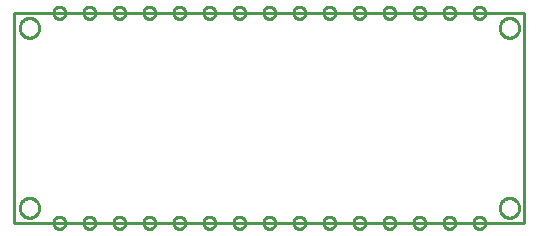
<source format=gbr>
G04 EAGLE Gerber RS-274X export*
G75*
%MOMM*%
%FSLAX34Y34*%
%LPD*%
%IN*%
%IPPOS*%
%AMOC8*
5,1,8,0,0,1.08239X$1,22.5*%
G01*
%ADD10C,0.254000*%


D10*
X0Y0D02*
X431800Y0D01*
X431800Y177800D01*
X0Y177800D01*
X0Y0D01*
X20955Y164694D02*
X20876Y163887D01*
X20717Y163092D01*
X20482Y162316D01*
X20171Y161566D01*
X19789Y160851D01*
X19338Y160177D01*
X18824Y159550D01*
X18250Y158976D01*
X17623Y158462D01*
X16949Y158011D01*
X16234Y157629D01*
X15484Y157318D01*
X14708Y157083D01*
X13913Y156925D01*
X13106Y156845D01*
X12294Y156845D01*
X11487Y156925D01*
X10692Y157083D01*
X9916Y157318D01*
X9166Y157629D01*
X8451Y158011D01*
X7777Y158462D01*
X7150Y158976D01*
X6576Y159550D01*
X6062Y160177D01*
X5611Y160851D01*
X5229Y161566D01*
X4918Y162316D01*
X4683Y163092D01*
X4525Y163887D01*
X4445Y164694D01*
X4445Y165506D01*
X4525Y166313D01*
X4683Y167108D01*
X4918Y167884D01*
X5229Y168634D01*
X5611Y169349D01*
X6062Y170023D01*
X6576Y170650D01*
X7150Y171224D01*
X7777Y171738D01*
X8451Y172189D01*
X9166Y172571D01*
X9916Y172882D01*
X10692Y173117D01*
X11487Y173276D01*
X12294Y173355D01*
X13106Y173355D01*
X13913Y173276D01*
X14708Y173117D01*
X15484Y172882D01*
X16234Y172571D01*
X16949Y172189D01*
X17623Y171738D01*
X18250Y171224D01*
X18824Y170650D01*
X19338Y170023D01*
X19789Y169349D01*
X20171Y168634D01*
X20482Y167884D01*
X20717Y167108D01*
X20876Y166313D01*
X20955Y165506D01*
X20955Y164694D01*
X20955Y12294D02*
X20876Y11487D01*
X20717Y10692D01*
X20482Y9916D01*
X20171Y9166D01*
X19789Y8451D01*
X19338Y7777D01*
X18824Y7150D01*
X18250Y6576D01*
X17623Y6062D01*
X16949Y5611D01*
X16234Y5229D01*
X15484Y4918D01*
X14708Y4683D01*
X13913Y4525D01*
X13106Y4445D01*
X12294Y4445D01*
X11487Y4525D01*
X10692Y4683D01*
X9916Y4918D01*
X9166Y5229D01*
X8451Y5611D01*
X7777Y6062D01*
X7150Y6576D01*
X6576Y7150D01*
X6062Y7777D01*
X5611Y8451D01*
X5229Y9166D01*
X4918Y9916D01*
X4683Y10692D01*
X4525Y11487D01*
X4445Y12294D01*
X4445Y13106D01*
X4525Y13913D01*
X4683Y14708D01*
X4918Y15484D01*
X5229Y16234D01*
X5611Y16949D01*
X6062Y17623D01*
X6576Y18250D01*
X7150Y18824D01*
X7777Y19338D01*
X8451Y19789D01*
X9166Y20171D01*
X9916Y20482D01*
X10692Y20717D01*
X11487Y20876D01*
X12294Y20955D01*
X13106Y20955D01*
X13913Y20876D01*
X14708Y20717D01*
X15484Y20482D01*
X16234Y20171D01*
X16949Y19789D01*
X17623Y19338D01*
X18250Y18824D01*
X18824Y18250D01*
X19338Y17623D01*
X19789Y16949D01*
X20171Y16234D01*
X20482Y15484D01*
X20717Y14708D01*
X20876Y13913D01*
X20955Y13106D01*
X20955Y12294D01*
X427355Y12294D02*
X427276Y11487D01*
X427117Y10692D01*
X426882Y9916D01*
X426571Y9166D01*
X426189Y8451D01*
X425738Y7777D01*
X425224Y7150D01*
X424650Y6576D01*
X424023Y6062D01*
X423349Y5611D01*
X422634Y5229D01*
X421884Y4918D01*
X421108Y4683D01*
X420313Y4525D01*
X419506Y4445D01*
X418694Y4445D01*
X417887Y4525D01*
X417092Y4683D01*
X416316Y4918D01*
X415566Y5229D01*
X414851Y5611D01*
X414177Y6062D01*
X413550Y6576D01*
X412976Y7150D01*
X412462Y7777D01*
X412011Y8451D01*
X411629Y9166D01*
X411318Y9916D01*
X411083Y10692D01*
X410925Y11487D01*
X410845Y12294D01*
X410845Y13106D01*
X410925Y13913D01*
X411083Y14708D01*
X411318Y15484D01*
X411629Y16234D01*
X412011Y16949D01*
X412462Y17623D01*
X412976Y18250D01*
X413550Y18824D01*
X414177Y19338D01*
X414851Y19789D01*
X415566Y20171D01*
X416316Y20482D01*
X417092Y20717D01*
X417887Y20876D01*
X418694Y20955D01*
X419506Y20955D01*
X420313Y20876D01*
X421108Y20717D01*
X421884Y20482D01*
X422634Y20171D01*
X423349Y19789D01*
X424023Y19338D01*
X424650Y18824D01*
X425224Y18250D01*
X425738Y17623D01*
X426189Y16949D01*
X426571Y16234D01*
X426882Y15484D01*
X427117Y14708D01*
X427276Y13913D01*
X427355Y13106D01*
X427355Y12294D01*
X427355Y164694D02*
X427276Y163887D01*
X427117Y163092D01*
X426882Y162316D01*
X426571Y161566D01*
X426189Y160851D01*
X425738Y160177D01*
X425224Y159550D01*
X424650Y158976D01*
X424023Y158462D01*
X423349Y158011D01*
X422634Y157629D01*
X421884Y157318D01*
X421108Y157083D01*
X420313Y156925D01*
X419506Y156845D01*
X418694Y156845D01*
X417887Y156925D01*
X417092Y157083D01*
X416316Y157318D01*
X415566Y157629D01*
X414851Y158011D01*
X414177Y158462D01*
X413550Y158976D01*
X412976Y159550D01*
X412462Y160177D01*
X412011Y160851D01*
X411629Y161566D01*
X411318Y162316D01*
X411083Y163092D01*
X410925Y163887D01*
X410845Y164694D01*
X410845Y165506D01*
X410925Y166313D01*
X411083Y167108D01*
X411318Y167884D01*
X411629Y168634D01*
X412011Y169349D01*
X412462Y170023D01*
X412976Y170650D01*
X413550Y171224D01*
X414177Y171738D01*
X414851Y172189D01*
X415566Y172571D01*
X416316Y172882D01*
X417092Y173117D01*
X417887Y173276D01*
X418694Y173355D01*
X419506Y173355D01*
X420313Y173276D01*
X421108Y173117D01*
X421884Y172882D01*
X422634Y172571D01*
X423349Y172189D01*
X424023Y171738D01*
X424650Y171224D01*
X425224Y170650D01*
X425738Y170023D01*
X426189Y169349D01*
X426571Y168634D01*
X426882Y167884D01*
X427117Y167108D01*
X427276Y166313D01*
X427355Y165506D01*
X427355Y164694D01*
X398780Y-285D02*
X398716Y-852D01*
X398589Y-1409D01*
X398401Y-1947D01*
X398153Y-2461D01*
X397850Y-2944D01*
X397494Y-3390D01*
X397090Y-3794D01*
X396644Y-4150D01*
X396161Y-4453D01*
X395647Y-4701D01*
X395109Y-4889D01*
X394552Y-5016D01*
X393985Y-5080D01*
X393415Y-5080D01*
X392848Y-5016D01*
X392291Y-4889D01*
X391753Y-4701D01*
X391239Y-4453D01*
X390756Y-4150D01*
X390310Y-3794D01*
X389906Y-3390D01*
X389550Y-2944D01*
X389247Y-2461D01*
X388999Y-1947D01*
X388811Y-1409D01*
X388684Y-852D01*
X388620Y-285D01*
X388620Y285D01*
X388684Y852D01*
X388811Y1409D01*
X388999Y1947D01*
X389247Y2461D01*
X389550Y2944D01*
X389906Y3390D01*
X390310Y3794D01*
X390756Y4150D01*
X391239Y4453D01*
X391753Y4701D01*
X392291Y4889D01*
X392848Y5016D01*
X393415Y5080D01*
X393985Y5080D01*
X394552Y5016D01*
X395109Y4889D01*
X395647Y4701D01*
X396161Y4453D01*
X396644Y4150D01*
X397090Y3794D01*
X397494Y3390D01*
X397850Y2944D01*
X398153Y2461D01*
X398401Y1947D01*
X398589Y1409D01*
X398716Y852D01*
X398780Y285D01*
X398780Y-285D01*
X373380Y-285D02*
X373316Y-852D01*
X373189Y-1409D01*
X373001Y-1947D01*
X372753Y-2461D01*
X372450Y-2944D01*
X372094Y-3390D01*
X371690Y-3794D01*
X371244Y-4150D01*
X370761Y-4453D01*
X370247Y-4701D01*
X369709Y-4889D01*
X369152Y-5016D01*
X368585Y-5080D01*
X368015Y-5080D01*
X367448Y-5016D01*
X366891Y-4889D01*
X366353Y-4701D01*
X365839Y-4453D01*
X365356Y-4150D01*
X364910Y-3794D01*
X364506Y-3390D01*
X364150Y-2944D01*
X363847Y-2461D01*
X363599Y-1947D01*
X363411Y-1409D01*
X363284Y-852D01*
X363220Y-285D01*
X363220Y285D01*
X363284Y852D01*
X363411Y1409D01*
X363599Y1947D01*
X363847Y2461D01*
X364150Y2944D01*
X364506Y3390D01*
X364910Y3794D01*
X365356Y4150D01*
X365839Y4453D01*
X366353Y4701D01*
X366891Y4889D01*
X367448Y5016D01*
X368015Y5080D01*
X368585Y5080D01*
X369152Y5016D01*
X369709Y4889D01*
X370247Y4701D01*
X370761Y4453D01*
X371244Y4150D01*
X371690Y3794D01*
X372094Y3390D01*
X372450Y2944D01*
X372753Y2461D01*
X373001Y1947D01*
X373189Y1409D01*
X373316Y852D01*
X373380Y285D01*
X373380Y-285D01*
X347980Y-285D02*
X347916Y-852D01*
X347789Y-1409D01*
X347601Y-1947D01*
X347353Y-2461D01*
X347050Y-2944D01*
X346694Y-3390D01*
X346290Y-3794D01*
X345844Y-4150D01*
X345361Y-4453D01*
X344847Y-4701D01*
X344309Y-4889D01*
X343752Y-5016D01*
X343185Y-5080D01*
X342615Y-5080D01*
X342048Y-5016D01*
X341491Y-4889D01*
X340953Y-4701D01*
X340439Y-4453D01*
X339956Y-4150D01*
X339510Y-3794D01*
X339106Y-3390D01*
X338750Y-2944D01*
X338447Y-2461D01*
X338199Y-1947D01*
X338011Y-1409D01*
X337884Y-852D01*
X337820Y-285D01*
X337820Y285D01*
X337884Y852D01*
X338011Y1409D01*
X338199Y1947D01*
X338447Y2461D01*
X338750Y2944D01*
X339106Y3390D01*
X339510Y3794D01*
X339956Y4150D01*
X340439Y4453D01*
X340953Y4701D01*
X341491Y4889D01*
X342048Y5016D01*
X342615Y5080D01*
X343185Y5080D01*
X343752Y5016D01*
X344309Y4889D01*
X344847Y4701D01*
X345361Y4453D01*
X345844Y4150D01*
X346290Y3794D01*
X346694Y3390D01*
X347050Y2944D01*
X347353Y2461D01*
X347601Y1947D01*
X347789Y1409D01*
X347916Y852D01*
X347980Y285D01*
X347980Y-285D01*
X322580Y-285D02*
X322516Y-852D01*
X322389Y-1409D01*
X322201Y-1947D01*
X321953Y-2461D01*
X321650Y-2944D01*
X321294Y-3390D01*
X320890Y-3794D01*
X320444Y-4150D01*
X319961Y-4453D01*
X319447Y-4701D01*
X318909Y-4889D01*
X318352Y-5016D01*
X317785Y-5080D01*
X317215Y-5080D01*
X316648Y-5016D01*
X316091Y-4889D01*
X315553Y-4701D01*
X315039Y-4453D01*
X314556Y-4150D01*
X314110Y-3794D01*
X313706Y-3390D01*
X313350Y-2944D01*
X313047Y-2461D01*
X312799Y-1947D01*
X312611Y-1409D01*
X312484Y-852D01*
X312420Y-285D01*
X312420Y285D01*
X312484Y852D01*
X312611Y1409D01*
X312799Y1947D01*
X313047Y2461D01*
X313350Y2944D01*
X313706Y3390D01*
X314110Y3794D01*
X314556Y4150D01*
X315039Y4453D01*
X315553Y4701D01*
X316091Y4889D01*
X316648Y5016D01*
X317215Y5080D01*
X317785Y5080D01*
X318352Y5016D01*
X318909Y4889D01*
X319447Y4701D01*
X319961Y4453D01*
X320444Y4150D01*
X320890Y3794D01*
X321294Y3390D01*
X321650Y2944D01*
X321953Y2461D01*
X322201Y1947D01*
X322389Y1409D01*
X322516Y852D01*
X322580Y285D01*
X322580Y-285D01*
X297180Y-285D02*
X297116Y-852D01*
X296989Y-1409D01*
X296801Y-1947D01*
X296553Y-2461D01*
X296250Y-2944D01*
X295894Y-3390D01*
X295490Y-3794D01*
X295044Y-4150D01*
X294561Y-4453D01*
X294047Y-4701D01*
X293509Y-4889D01*
X292952Y-5016D01*
X292385Y-5080D01*
X291815Y-5080D01*
X291248Y-5016D01*
X290691Y-4889D01*
X290153Y-4701D01*
X289639Y-4453D01*
X289156Y-4150D01*
X288710Y-3794D01*
X288306Y-3390D01*
X287950Y-2944D01*
X287647Y-2461D01*
X287399Y-1947D01*
X287211Y-1409D01*
X287084Y-852D01*
X287020Y-285D01*
X287020Y285D01*
X287084Y852D01*
X287211Y1409D01*
X287399Y1947D01*
X287647Y2461D01*
X287950Y2944D01*
X288306Y3390D01*
X288710Y3794D01*
X289156Y4150D01*
X289639Y4453D01*
X290153Y4701D01*
X290691Y4889D01*
X291248Y5016D01*
X291815Y5080D01*
X292385Y5080D01*
X292952Y5016D01*
X293509Y4889D01*
X294047Y4701D01*
X294561Y4453D01*
X295044Y4150D01*
X295490Y3794D01*
X295894Y3390D01*
X296250Y2944D01*
X296553Y2461D01*
X296801Y1947D01*
X296989Y1409D01*
X297116Y852D01*
X297180Y285D01*
X297180Y-285D01*
X271780Y-285D02*
X271716Y-852D01*
X271589Y-1409D01*
X271401Y-1947D01*
X271153Y-2461D01*
X270850Y-2944D01*
X270494Y-3390D01*
X270090Y-3794D01*
X269644Y-4150D01*
X269161Y-4453D01*
X268647Y-4701D01*
X268109Y-4889D01*
X267552Y-5016D01*
X266985Y-5080D01*
X266415Y-5080D01*
X265848Y-5016D01*
X265291Y-4889D01*
X264753Y-4701D01*
X264239Y-4453D01*
X263756Y-4150D01*
X263310Y-3794D01*
X262906Y-3390D01*
X262550Y-2944D01*
X262247Y-2461D01*
X261999Y-1947D01*
X261811Y-1409D01*
X261684Y-852D01*
X261620Y-285D01*
X261620Y285D01*
X261684Y852D01*
X261811Y1409D01*
X261999Y1947D01*
X262247Y2461D01*
X262550Y2944D01*
X262906Y3390D01*
X263310Y3794D01*
X263756Y4150D01*
X264239Y4453D01*
X264753Y4701D01*
X265291Y4889D01*
X265848Y5016D01*
X266415Y5080D01*
X266985Y5080D01*
X267552Y5016D01*
X268109Y4889D01*
X268647Y4701D01*
X269161Y4453D01*
X269644Y4150D01*
X270090Y3794D01*
X270494Y3390D01*
X270850Y2944D01*
X271153Y2461D01*
X271401Y1947D01*
X271589Y1409D01*
X271716Y852D01*
X271780Y285D01*
X271780Y-285D01*
X246380Y-285D02*
X246316Y-852D01*
X246189Y-1409D01*
X246001Y-1947D01*
X245753Y-2461D01*
X245450Y-2944D01*
X245094Y-3390D01*
X244690Y-3794D01*
X244244Y-4150D01*
X243761Y-4453D01*
X243247Y-4701D01*
X242709Y-4889D01*
X242152Y-5016D01*
X241585Y-5080D01*
X241015Y-5080D01*
X240448Y-5016D01*
X239891Y-4889D01*
X239353Y-4701D01*
X238839Y-4453D01*
X238356Y-4150D01*
X237910Y-3794D01*
X237506Y-3390D01*
X237150Y-2944D01*
X236847Y-2461D01*
X236599Y-1947D01*
X236411Y-1409D01*
X236284Y-852D01*
X236220Y-285D01*
X236220Y285D01*
X236284Y852D01*
X236411Y1409D01*
X236599Y1947D01*
X236847Y2461D01*
X237150Y2944D01*
X237506Y3390D01*
X237910Y3794D01*
X238356Y4150D01*
X238839Y4453D01*
X239353Y4701D01*
X239891Y4889D01*
X240448Y5016D01*
X241015Y5080D01*
X241585Y5080D01*
X242152Y5016D01*
X242709Y4889D01*
X243247Y4701D01*
X243761Y4453D01*
X244244Y4150D01*
X244690Y3794D01*
X245094Y3390D01*
X245450Y2944D01*
X245753Y2461D01*
X246001Y1947D01*
X246189Y1409D01*
X246316Y852D01*
X246380Y285D01*
X246380Y-285D01*
X220980Y-285D02*
X220916Y-852D01*
X220789Y-1409D01*
X220601Y-1947D01*
X220353Y-2461D01*
X220050Y-2944D01*
X219694Y-3390D01*
X219290Y-3794D01*
X218844Y-4150D01*
X218361Y-4453D01*
X217847Y-4701D01*
X217309Y-4889D01*
X216752Y-5016D01*
X216185Y-5080D01*
X215615Y-5080D01*
X215048Y-5016D01*
X214491Y-4889D01*
X213953Y-4701D01*
X213439Y-4453D01*
X212956Y-4150D01*
X212510Y-3794D01*
X212106Y-3390D01*
X211750Y-2944D01*
X211447Y-2461D01*
X211199Y-1947D01*
X211011Y-1409D01*
X210884Y-852D01*
X210820Y-285D01*
X210820Y285D01*
X210884Y852D01*
X211011Y1409D01*
X211199Y1947D01*
X211447Y2461D01*
X211750Y2944D01*
X212106Y3390D01*
X212510Y3794D01*
X212956Y4150D01*
X213439Y4453D01*
X213953Y4701D01*
X214491Y4889D01*
X215048Y5016D01*
X215615Y5080D01*
X216185Y5080D01*
X216752Y5016D01*
X217309Y4889D01*
X217847Y4701D01*
X218361Y4453D01*
X218844Y4150D01*
X219290Y3794D01*
X219694Y3390D01*
X220050Y2944D01*
X220353Y2461D01*
X220601Y1947D01*
X220789Y1409D01*
X220916Y852D01*
X220980Y285D01*
X220980Y-285D01*
X195580Y-285D02*
X195516Y-852D01*
X195389Y-1409D01*
X195201Y-1947D01*
X194953Y-2461D01*
X194650Y-2944D01*
X194294Y-3390D01*
X193890Y-3794D01*
X193444Y-4150D01*
X192961Y-4453D01*
X192447Y-4701D01*
X191909Y-4889D01*
X191352Y-5016D01*
X190785Y-5080D01*
X190215Y-5080D01*
X189648Y-5016D01*
X189091Y-4889D01*
X188553Y-4701D01*
X188039Y-4453D01*
X187556Y-4150D01*
X187110Y-3794D01*
X186706Y-3390D01*
X186350Y-2944D01*
X186047Y-2461D01*
X185799Y-1947D01*
X185611Y-1409D01*
X185484Y-852D01*
X185420Y-285D01*
X185420Y285D01*
X185484Y852D01*
X185611Y1409D01*
X185799Y1947D01*
X186047Y2461D01*
X186350Y2944D01*
X186706Y3390D01*
X187110Y3794D01*
X187556Y4150D01*
X188039Y4453D01*
X188553Y4701D01*
X189091Y4889D01*
X189648Y5016D01*
X190215Y5080D01*
X190785Y5080D01*
X191352Y5016D01*
X191909Y4889D01*
X192447Y4701D01*
X192961Y4453D01*
X193444Y4150D01*
X193890Y3794D01*
X194294Y3390D01*
X194650Y2944D01*
X194953Y2461D01*
X195201Y1947D01*
X195389Y1409D01*
X195516Y852D01*
X195580Y285D01*
X195580Y-285D01*
X170180Y-285D02*
X170116Y-852D01*
X169989Y-1409D01*
X169801Y-1947D01*
X169553Y-2461D01*
X169250Y-2944D01*
X168894Y-3390D01*
X168490Y-3794D01*
X168044Y-4150D01*
X167561Y-4453D01*
X167047Y-4701D01*
X166509Y-4889D01*
X165952Y-5016D01*
X165385Y-5080D01*
X164815Y-5080D01*
X164248Y-5016D01*
X163691Y-4889D01*
X163153Y-4701D01*
X162639Y-4453D01*
X162156Y-4150D01*
X161710Y-3794D01*
X161306Y-3390D01*
X160950Y-2944D01*
X160647Y-2461D01*
X160399Y-1947D01*
X160211Y-1409D01*
X160084Y-852D01*
X160020Y-285D01*
X160020Y285D01*
X160084Y852D01*
X160211Y1409D01*
X160399Y1947D01*
X160647Y2461D01*
X160950Y2944D01*
X161306Y3390D01*
X161710Y3794D01*
X162156Y4150D01*
X162639Y4453D01*
X163153Y4701D01*
X163691Y4889D01*
X164248Y5016D01*
X164815Y5080D01*
X165385Y5080D01*
X165952Y5016D01*
X166509Y4889D01*
X167047Y4701D01*
X167561Y4453D01*
X168044Y4150D01*
X168490Y3794D01*
X168894Y3390D01*
X169250Y2944D01*
X169553Y2461D01*
X169801Y1947D01*
X169989Y1409D01*
X170116Y852D01*
X170180Y285D01*
X170180Y-285D01*
X144780Y-285D02*
X144716Y-852D01*
X144589Y-1409D01*
X144401Y-1947D01*
X144153Y-2461D01*
X143850Y-2944D01*
X143494Y-3390D01*
X143090Y-3794D01*
X142644Y-4150D01*
X142161Y-4453D01*
X141647Y-4701D01*
X141109Y-4889D01*
X140552Y-5016D01*
X139985Y-5080D01*
X139415Y-5080D01*
X138848Y-5016D01*
X138291Y-4889D01*
X137753Y-4701D01*
X137239Y-4453D01*
X136756Y-4150D01*
X136310Y-3794D01*
X135906Y-3390D01*
X135550Y-2944D01*
X135247Y-2461D01*
X134999Y-1947D01*
X134811Y-1409D01*
X134684Y-852D01*
X134620Y-285D01*
X134620Y285D01*
X134684Y852D01*
X134811Y1409D01*
X134999Y1947D01*
X135247Y2461D01*
X135550Y2944D01*
X135906Y3390D01*
X136310Y3794D01*
X136756Y4150D01*
X137239Y4453D01*
X137753Y4701D01*
X138291Y4889D01*
X138848Y5016D01*
X139415Y5080D01*
X139985Y5080D01*
X140552Y5016D01*
X141109Y4889D01*
X141647Y4701D01*
X142161Y4453D01*
X142644Y4150D01*
X143090Y3794D01*
X143494Y3390D01*
X143850Y2944D01*
X144153Y2461D01*
X144401Y1947D01*
X144589Y1409D01*
X144716Y852D01*
X144780Y285D01*
X144780Y-285D01*
X119380Y-285D02*
X119316Y-852D01*
X119189Y-1409D01*
X119001Y-1947D01*
X118753Y-2461D01*
X118450Y-2944D01*
X118094Y-3390D01*
X117690Y-3794D01*
X117244Y-4150D01*
X116761Y-4453D01*
X116247Y-4701D01*
X115709Y-4889D01*
X115152Y-5016D01*
X114585Y-5080D01*
X114015Y-5080D01*
X113448Y-5016D01*
X112891Y-4889D01*
X112353Y-4701D01*
X111839Y-4453D01*
X111356Y-4150D01*
X110910Y-3794D01*
X110506Y-3390D01*
X110150Y-2944D01*
X109847Y-2461D01*
X109599Y-1947D01*
X109411Y-1409D01*
X109284Y-852D01*
X109220Y-285D01*
X109220Y285D01*
X109284Y852D01*
X109411Y1409D01*
X109599Y1947D01*
X109847Y2461D01*
X110150Y2944D01*
X110506Y3390D01*
X110910Y3794D01*
X111356Y4150D01*
X111839Y4453D01*
X112353Y4701D01*
X112891Y4889D01*
X113448Y5016D01*
X114015Y5080D01*
X114585Y5080D01*
X115152Y5016D01*
X115709Y4889D01*
X116247Y4701D01*
X116761Y4453D01*
X117244Y4150D01*
X117690Y3794D01*
X118094Y3390D01*
X118450Y2944D01*
X118753Y2461D01*
X119001Y1947D01*
X119189Y1409D01*
X119316Y852D01*
X119380Y285D01*
X119380Y-285D01*
X93980Y-285D02*
X93916Y-852D01*
X93789Y-1409D01*
X93601Y-1947D01*
X93353Y-2461D01*
X93050Y-2944D01*
X92694Y-3390D01*
X92290Y-3794D01*
X91844Y-4150D01*
X91361Y-4453D01*
X90847Y-4701D01*
X90309Y-4889D01*
X89752Y-5016D01*
X89185Y-5080D01*
X88615Y-5080D01*
X88048Y-5016D01*
X87491Y-4889D01*
X86953Y-4701D01*
X86439Y-4453D01*
X85956Y-4150D01*
X85510Y-3794D01*
X85106Y-3390D01*
X84750Y-2944D01*
X84447Y-2461D01*
X84199Y-1947D01*
X84011Y-1409D01*
X83884Y-852D01*
X83820Y-285D01*
X83820Y285D01*
X83884Y852D01*
X84011Y1409D01*
X84199Y1947D01*
X84447Y2461D01*
X84750Y2944D01*
X85106Y3390D01*
X85510Y3794D01*
X85956Y4150D01*
X86439Y4453D01*
X86953Y4701D01*
X87491Y4889D01*
X88048Y5016D01*
X88615Y5080D01*
X89185Y5080D01*
X89752Y5016D01*
X90309Y4889D01*
X90847Y4701D01*
X91361Y4453D01*
X91844Y4150D01*
X92290Y3794D01*
X92694Y3390D01*
X93050Y2944D01*
X93353Y2461D01*
X93601Y1947D01*
X93789Y1409D01*
X93916Y852D01*
X93980Y285D01*
X93980Y-285D01*
X68580Y-285D02*
X68516Y-852D01*
X68389Y-1409D01*
X68201Y-1947D01*
X67953Y-2461D01*
X67650Y-2944D01*
X67294Y-3390D01*
X66890Y-3794D01*
X66444Y-4150D01*
X65961Y-4453D01*
X65447Y-4701D01*
X64909Y-4889D01*
X64352Y-5016D01*
X63785Y-5080D01*
X63215Y-5080D01*
X62648Y-5016D01*
X62091Y-4889D01*
X61553Y-4701D01*
X61039Y-4453D01*
X60556Y-4150D01*
X60110Y-3794D01*
X59706Y-3390D01*
X59350Y-2944D01*
X59047Y-2461D01*
X58799Y-1947D01*
X58611Y-1409D01*
X58484Y-852D01*
X58420Y-285D01*
X58420Y285D01*
X58484Y852D01*
X58611Y1409D01*
X58799Y1947D01*
X59047Y2461D01*
X59350Y2944D01*
X59706Y3390D01*
X60110Y3794D01*
X60556Y4150D01*
X61039Y4453D01*
X61553Y4701D01*
X62091Y4889D01*
X62648Y5016D01*
X63215Y5080D01*
X63785Y5080D01*
X64352Y5016D01*
X64909Y4889D01*
X65447Y4701D01*
X65961Y4453D01*
X66444Y4150D01*
X66890Y3794D01*
X67294Y3390D01*
X67650Y2944D01*
X67953Y2461D01*
X68201Y1947D01*
X68389Y1409D01*
X68516Y852D01*
X68580Y285D01*
X68580Y-285D01*
X43180Y-285D02*
X43116Y-852D01*
X42989Y-1409D01*
X42801Y-1947D01*
X42553Y-2461D01*
X42250Y-2944D01*
X41894Y-3390D01*
X41490Y-3794D01*
X41044Y-4150D01*
X40561Y-4453D01*
X40047Y-4701D01*
X39509Y-4889D01*
X38952Y-5016D01*
X38385Y-5080D01*
X37815Y-5080D01*
X37248Y-5016D01*
X36691Y-4889D01*
X36153Y-4701D01*
X35639Y-4453D01*
X35156Y-4150D01*
X34710Y-3794D01*
X34306Y-3390D01*
X33950Y-2944D01*
X33647Y-2461D01*
X33399Y-1947D01*
X33211Y-1409D01*
X33084Y-852D01*
X33020Y-285D01*
X33020Y285D01*
X33084Y852D01*
X33211Y1409D01*
X33399Y1947D01*
X33647Y2461D01*
X33950Y2944D01*
X34306Y3390D01*
X34710Y3794D01*
X35156Y4150D01*
X35639Y4453D01*
X36153Y4701D01*
X36691Y4889D01*
X37248Y5016D01*
X37815Y5080D01*
X38385Y5080D01*
X38952Y5016D01*
X39509Y4889D01*
X40047Y4701D01*
X40561Y4453D01*
X41044Y4150D01*
X41490Y3794D01*
X41894Y3390D01*
X42250Y2944D01*
X42553Y2461D01*
X42801Y1947D01*
X42989Y1409D01*
X43116Y852D01*
X43180Y285D01*
X43180Y-285D01*
X33020Y178085D02*
X33084Y178652D01*
X33211Y179209D01*
X33399Y179747D01*
X33647Y180261D01*
X33950Y180744D01*
X34306Y181190D01*
X34710Y181594D01*
X35156Y181950D01*
X35639Y182253D01*
X36153Y182501D01*
X36691Y182689D01*
X37248Y182816D01*
X37815Y182880D01*
X38385Y182880D01*
X38952Y182816D01*
X39509Y182689D01*
X40047Y182501D01*
X40561Y182253D01*
X41044Y181950D01*
X41490Y181594D01*
X41894Y181190D01*
X42250Y180744D01*
X42553Y180261D01*
X42801Y179747D01*
X42989Y179209D01*
X43116Y178652D01*
X43180Y178085D01*
X43180Y177515D01*
X43116Y176948D01*
X42989Y176391D01*
X42801Y175853D01*
X42553Y175339D01*
X42250Y174856D01*
X41894Y174410D01*
X41490Y174006D01*
X41044Y173650D01*
X40561Y173347D01*
X40047Y173099D01*
X39509Y172911D01*
X38952Y172784D01*
X38385Y172720D01*
X37815Y172720D01*
X37248Y172784D01*
X36691Y172911D01*
X36153Y173099D01*
X35639Y173347D01*
X35156Y173650D01*
X34710Y174006D01*
X34306Y174410D01*
X33950Y174856D01*
X33647Y175339D01*
X33399Y175853D01*
X33211Y176391D01*
X33084Y176948D01*
X33020Y177515D01*
X33020Y178085D01*
X58420Y178085D02*
X58484Y178652D01*
X58611Y179209D01*
X58799Y179747D01*
X59047Y180261D01*
X59350Y180744D01*
X59706Y181190D01*
X60110Y181594D01*
X60556Y181950D01*
X61039Y182253D01*
X61553Y182501D01*
X62091Y182689D01*
X62648Y182816D01*
X63215Y182880D01*
X63785Y182880D01*
X64352Y182816D01*
X64909Y182689D01*
X65447Y182501D01*
X65961Y182253D01*
X66444Y181950D01*
X66890Y181594D01*
X67294Y181190D01*
X67650Y180744D01*
X67953Y180261D01*
X68201Y179747D01*
X68389Y179209D01*
X68516Y178652D01*
X68580Y178085D01*
X68580Y177515D01*
X68516Y176948D01*
X68389Y176391D01*
X68201Y175853D01*
X67953Y175339D01*
X67650Y174856D01*
X67294Y174410D01*
X66890Y174006D01*
X66444Y173650D01*
X65961Y173347D01*
X65447Y173099D01*
X64909Y172911D01*
X64352Y172784D01*
X63785Y172720D01*
X63215Y172720D01*
X62648Y172784D01*
X62091Y172911D01*
X61553Y173099D01*
X61039Y173347D01*
X60556Y173650D01*
X60110Y174006D01*
X59706Y174410D01*
X59350Y174856D01*
X59047Y175339D01*
X58799Y175853D01*
X58611Y176391D01*
X58484Y176948D01*
X58420Y177515D01*
X58420Y178085D01*
X83820Y178085D02*
X83884Y178652D01*
X84011Y179209D01*
X84199Y179747D01*
X84447Y180261D01*
X84750Y180744D01*
X85106Y181190D01*
X85510Y181594D01*
X85956Y181950D01*
X86439Y182253D01*
X86953Y182501D01*
X87491Y182689D01*
X88048Y182816D01*
X88615Y182880D01*
X89185Y182880D01*
X89752Y182816D01*
X90309Y182689D01*
X90847Y182501D01*
X91361Y182253D01*
X91844Y181950D01*
X92290Y181594D01*
X92694Y181190D01*
X93050Y180744D01*
X93353Y180261D01*
X93601Y179747D01*
X93789Y179209D01*
X93916Y178652D01*
X93980Y178085D01*
X93980Y177515D01*
X93916Y176948D01*
X93789Y176391D01*
X93601Y175853D01*
X93353Y175339D01*
X93050Y174856D01*
X92694Y174410D01*
X92290Y174006D01*
X91844Y173650D01*
X91361Y173347D01*
X90847Y173099D01*
X90309Y172911D01*
X89752Y172784D01*
X89185Y172720D01*
X88615Y172720D01*
X88048Y172784D01*
X87491Y172911D01*
X86953Y173099D01*
X86439Y173347D01*
X85956Y173650D01*
X85510Y174006D01*
X85106Y174410D01*
X84750Y174856D01*
X84447Y175339D01*
X84199Y175853D01*
X84011Y176391D01*
X83884Y176948D01*
X83820Y177515D01*
X83820Y178085D01*
X109220Y178085D02*
X109284Y178652D01*
X109411Y179209D01*
X109599Y179747D01*
X109847Y180261D01*
X110150Y180744D01*
X110506Y181190D01*
X110910Y181594D01*
X111356Y181950D01*
X111839Y182253D01*
X112353Y182501D01*
X112891Y182689D01*
X113448Y182816D01*
X114015Y182880D01*
X114585Y182880D01*
X115152Y182816D01*
X115709Y182689D01*
X116247Y182501D01*
X116761Y182253D01*
X117244Y181950D01*
X117690Y181594D01*
X118094Y181190D01*
X118450Y180744D01*
X118753Y180261D01*
X119001Y179747D01*
X119189Y179209D01*
X119316Y178652D01*
X119380Y178085D01*
X119380Y177515D01*
X119316Y176948D01*
X119189Y176391D01*
X119001Y175853D01*
X118753Y175339D01*
X118450Y174856D01*
X118094Y174410D01*
X117690Y174006D01*
X117244Y173650D01*
X116761Y173347D01*
X116247Y173099D01*
X115709Y172911D01*
X115152Y172784D01*
X114585Y172720D01*
X114015Y172720D01*
X113448Y172784D01*
X112891Y172911D01*
X112353Y173099D01*
X111839Y173347D01*
X111356Y173650D01*
X110910Y174006D01*
X110506Y174410D01*
X110150Y174856D01*
X109847Y175339D01*
X109599Y175853D01*
X109411Y176391D01*
X109284Y176948D01*
X109220Y177515D01*
X109220Y178085D01*
X134620Y178085D02*
X134684Y178652D01*
X134811Y179209D01*
X134999Y179747D01*
X135247Y180261D01*
X135550Y180744D01*
X135906Y181190D01*
X136310Y181594D01*
X136756Y181950D01*
X137239Y182253D01*
X137753Y182501D01*
X138291Y182689D01*
X138848Y182816D01*
X139415Y182880D01*
X139985Y182880D01*
X140552Y182816D01*
X141109Y182689D01*
X141647Y182501D01*
X142161Y182253D01*
X142644Y181950D01*
X143090Y181594D01*
X143494Y181190D01*
X143850Y180744D01*
X144153Y180261D01*
X144401Y179747D01*
X144589Y179209D01*
X144716Y178652D01*
X144780Y178085D01*
X144780Y177515D01*
X144716Y176948D01*
X144589Y176391D01*
X144401Y175853D01*
X144153Y175339D01*
X143850Y174856D01*
X143494Y174410D01*
X143090Y174006D01*
X142644Y173650D01*
X142161Y173347D01*
X141647Y173099D01*
X141109Y172911D01*
X140552Y172784D01*
X139985Y172720D01*
X139415Y172720D01*
X138848Y172784D01*
X138291Y172911D01*
X137753Y173099D01*
X137239Y173347D01*
X136756Y173650D01*
X136310Y174006D01*
X135906Y174410D01*
X135550Y174856D01*
X135247Y175339D01*
X134999Y175853D01*
X134811Y176391D01*
X134684Y176948D01*
X134620Y177515D01*
X134620Y178085D01*
X160020Y178085D02*
X160084Y178652D01*
X160211Y179209D01*
X160399Y179747D01*
X160647Y180261D01*
X160950Y180744D01*
X161306Y181190D01*
X161710Y181594D01*
X162156Y181950D01*
X162639Y182253D01*
X163153Y182501D01*
X163691Y182689D01*
X164248Y182816D01*
X164815Y182880D01*
X165385Y182880D01*
X165952Y182816D01*
X166509Y182689D01*
X167047Y182501D01*
X167561Y182253D01*
X168044Y181950D01*
X168490Y181594D01*
X168894Y181190D01*
X169250Y180744D01*
X169553Y180261D01*
X169801Y179747D01*
X169989Y179209D01*
X170116Y178652D01*
X170180Y178085D01*
X170180Y177515D01*
X170116Y176948D01*
X169989Y176391D01*
X169801Y175853D01*
X169553Y175339D01*
X169250Y174856D01*
X168894Y174410D01*
X168490Y174006D01*
X168044Y173650D01*
X167561Y173347D01*
X167047Y173099D01*
X166509Y172911D01*
X165952Y172784D01*
X165385Y172720D01*
X164815Y172720D01*
X164248Y172784D01*
X163691Y172911D01*
X163153Y173099D01*
X162639Y173347D01*
X162156Y173650D01*
X161710Y174006D01*
X161306Y174410D01*
X160950Y174856D01*
X160647Y175339D01*
X160399Y175853D01*
X160211Y176391D01*
X160084Y176948D01*
X160020Y177515D01*
X160020Y178085D01*
X185420Y178085D02*
X185484Y178652D01*
X185611Y179209D01*
X185799Y179747D01*
X186047Y180261D01*
X186350Y180744D01*
X186706Y181190D01*
X187110Y181594D01*
X187556Y181950D01*
X188039Y182253D01*
X188553Y182501D01*
X189091Y182689D01*
X189648Y182816D01*
X190215Y182880D01*
X190785Y182880D01*
X191352Y182816D01*
X191909Y182689D01*
X192447Y182501D01*
X192961Y182253D01*
X193444Y181950D01*
X193890Y181594D01*
X194294Y181190D01*
X194650Y180744D01*
X194953Y180261D01*
X195201Y179747D01*
X195389Y179209D01*
X195516Y178652D01*
X195580Y178085D01*
X195580Y177515D01*
X195516Y176948D01*
X195389Y176391D01*
X195201Y175853D01*
X194953Y175339D01*
X194650Y174856D01*
X194294Y174410D01*
X193890Y174006D01*
X193444Y173650D01*
X192961Y173347D01*
X192447Y173099D01*
X191909Y172911D01*
X191352Y172784D01*
X190785Y172720D01*
X190215Y172720D01*
X189648Y172784D01*
X189091Y172911D01*
X188553Y173099D01*
X188039Y173347D01*
X187556Y173650D01*
X187110Y174006D01*
X186706Y174410D01*
X186350Y174856D01*
X186047Y175339D01*
X185799Y175853D01*
X185611Y176391D01*
X185484Y176948D01*
X185420Y177515D01*
X185420Y178085D01*
X210820Y178085D02*
X210884Y178652D01*
X211011Y179209D01*
X211199Y179747D01*
X211447Y180261D01*
X211750Y180744D01*
X212106Y181190D01*
X212510Y181594D01*
X212956Y181950D01*
X213439Y182253D01*
X213953Y182501D01*
X214491Y182689D01*
X215048Y182816D01*
X215615Y182880D01*
X216185Y182880D01*
X216752Y182816D01*
X217309Y182689D01*
X217847Y182501D01*
X218361Y182253D01*
X218844Y181950D01*
X219290Y181594D01*
X219694Y181190D01*
X220050Y180744D01*
X220353Y180261D01*
X220601Y179747D01*
X220789Y179209D01*
X220916Y178652D01*
X220980Y178085D01*
X220980Y177515D01*
X220916Y176948D01*
X220789Y176391D01*
X220601Y175853D01*
X220353Y175339D01*
X220050Y174856D01*
X219694Y174410D01*
X219290Y174006D01*
X218844Y173650D01*
X218361Y173347D01*
X217847Y173099D01*
X217309Y172911D01*
X216752Y172784D01*
X216185Y172720D01*
X215615Y172720D01*
X215048Y172784D01*
X214491Y172911D01*
X213953Y173099D01*
X213439Y173347D01*
X212956Y173650D01*
X212510Y174006D01*
X212106Y174410D01*
X211750Y174856D01*
X211447Y175339D01*
X211199Y175853D01*
X211011Y176391D01*
X210884Y176948D01*
X210820Y177515D01*
X210820Y178085D01*
X236220Y178085D02*
X236284Y178652D01*
X236411Y179209D01*
X236599Y179747D01*
X236847Y180261D01*
X237150Y180744D01*
X237506Y181190D01*
X237910Y181594D01*
X238356Y181950D01*
X238839Y182253D01*
X239353Y182501D01*
X239891Y182689D01*
X240448Y182816D01*
X241015Y182880D01*
X241585Y182880D01*
X242152Y182816D01*
X242709Y182689D01*
X243247Y182501D01*
X243761Y182253D01*
X244244Y181950D01*
X244690Y181594D01*
X245094Y181190D01*
X245450Y180744D01*
X245753Y180261D01*
X246001Y179747D01*
X246189Y179209D01*
X246316Y178652D01*
X246380Y178085D01*
X246380Y177515D01*
X246316Y176948D01*
X246189Y176391D01*
X246001Y175853D01*
X245753Y175339D01*
X245450Y174856D01*
X245094Y174410D01*
X244690Y174006D01*
X244244Y173650D01*
X243761Y173347D01*
X243247Y173099D01*
X242709Y172911D01*
X242152Y172784D01*
X241585Y172720D01*
X241015Y172720D01*
X240448Y172784D01*
X239891Y172911D01*
X239353Y173099D01*
X238839Y173347D01*
X238356Y173650D01*
X237910Y174006D01*
X237506Y174410D01*
X237150Y174856D01*
X236847Y175339D01*
X236599Y175853D01*
X236411Y176391D01*
X236284Y176948D01*
X236220Y177515D01*
X236220Y178085D01*
X261620Y178085D02*
X261684Y178652D01*
X261811Y179209D01*
X261999Y179747D01*
X262247Y180261D01*
X262550Y180744D01*
X262906Y181190D01*
X263310Y181594D01*
X263756Y181950D01*
X264239Y182253D01*
X264753Y182501D01*
X265291Y182689D01*
X265848Y182816D01*
X266415Y182880D01*
X266985Y182880D01*
X267552Y182816D01*
X268109Y182689D01*
X268647Y182501D01*
X269161Y182253D01*
X269644Y181950D01*
X270090Y181594D01*
X270494Y181190D01*
X270850Y180744D01*
X271153Y180261D01*
X271401Y179747D01*
X271589Y179209D01*
X271716Y178652D01*
X271780Y178085D01*
X271780Y177515D01*
X271716Y176948D01*
X271589Y176391D01*
X271401Y175853D01*
X271153Y175339D01*
X270850Y174856D01*
X270494Y174410D01*
X270090Y174006D01*
X269644Y173650D01*
X269161Y173347D01*
X268647Y173099D01*
X268109Y172911D01*
X267552Y172784D01*
X266985Y172720D01*
X266415Y172720D01*
X265848Y172784D01*
X265291Y172911D01*
X264753Y173099D01*
X264239Y173347D01*
X263756Y173650D01*
X263310Y174006D01*
X262906Y174410D01*
X262550Y174856D01*
X262247Y175339D01*
X261999Y175853D01*
X261811Y176391D01*
X261684Y176948D01*
X261620Y177515D01*
X261620Y178085D01*
X287020Y178085D02*
X287084Y178652D01*
X287211Y179209D01*
X287399Y179747D01*
X287647Y180261D01*
X287950Y180744D01*
X288306Y181190D01*
X288710Y181594D01*
X289156Y181950D01*
X289639Y182253D01*
X290153Y182501D01*
X290691Y182689D01*
X291248Y182816D01*
X291815Y182880D01*
X292385Y182880D01*
X292952Y182816D01*
X293509Y182689D01*
X294047Y182501D01*
X294561Y182253D01*
X295044Y181950D01*
X295490Y181594D01*
X295894Y181190D01*
X296250Y180744D01*
X296553Y180261D01*
X296801Y179747D01*
X296989Y179209D01*
X297116Y178652D01*
X297180Y178085D01*
X297180Y177515D01*
X297116Y176948D01*
X296989Y176391D01*
X296801Y175853D01*
X296553Y175339D01*
X296250Y174856D01*
X295894Y174410D01*
X295490Y174006D01*
X295044Y173650D01*
X294561Y173347D01*
X294047Y173099D01*
X293509Y172911D01*
X292952Y172784D01*
X292385Y172720D01*
X291815Y172720D01*
X291248Y172784D01*
X290691Y172911D01*
X290153Y173099D01*
X289639Y173347D01*
X289156Y173650D01*
X288710Y174006D01*
X288306Y174410D01*
X287950Y174856D01*
X287647Y175339D01*
X287399Y175853D01*
X287211Y176391D01*
X287084Y176948D01*
X287020Y177515D01*
X287020Y178085D01*
X312420Y178085D02*
X312484Y178652D01*
X312611Y179209D01*
X312799Y179747D01*
X313047Y180261D01*
X313350Y180744D01*
X313706Y181190D01*
X314110Y181594D01*
X314556Y181950D01*
X315039Y182253D01*
X315553Y182501D01*
X316091Y182689D01*
X316648Y182816D01*
X317215Y182880D01*
X317785Y182880D01*
X318352Y182816D01*
X318909Y182689D01*
X319447Y182501D01*
X319961Y182253D01*
X320444Y181950D01*
X320890Y181594D01*
X321294Y181190D01*
X321650Y180744D01*
X321953Y180261D01*
X322201Y179747D01*
X322389Y179209D01*
X322516Y178652D01*
X322580Y178085D01*
X322580Y177515D01*
X322516Y176948D01*
X322389Y176391D01*
X322201Y175853D01*
X321953Y175339D01*
X321650Y174856D01*
X321294Y174410D01*
X320890Y174006D01*
X320444Y173650D01*
X319961Y173347D01*
X319447Y173099D01*
X318909Y172911D01*
X318352Y172784D01*
X317785Y172720D01*
X317215Y172720D01*
X316648Y172784D01*
X316091Y172911D01*
X315553Y173099D01*
X315039Y173347D01*
X314556Y173650D01*
X314110Y174006D01*
X313706Y174410D01*
X313350Y174856D01*
X313047Y175339D01*
X312799Y175853D01*
X312611Y176391D01*
X312484Y176948D01*
X312420Y177515D01*
X312420Y178085D01*
X337820Y178085D02*
X337884Y178652D01*
X338011Y179209D01*
X338199Y179747D01*
X338447Y180261D01*
X338750Y180744D01*
X339106Y181190D01*
X339510Y181594D01*
X339956Y181950D01*
X340439Y182253D01*
X340953Y182501D01*
X341491Y182689D01*
X342048Y182816D01*
X342615Y182880D01*
X343185Y182880D01*
X343752Y182816D01*
X344309Y182689D01*
X344847Y182501D01*
X345361Y182253D01*
X345844Y181950D01*
X346290Y181594D01*
X346694Y181190D01*
X347050Y180744D01*
X347353Y180261D01*
X347601Y179747D01*
X347789Y179209D01*
X347916Y178652D01*
X347980Y178085D01*
X347980Y177515D01*
X347916Y176948D01*
X347789Y176391D01*
X347601Y175853D01*
X347353Y175339D01*
X347050Y174856D01*
X346694Y174410D01*
X346290Y174006D01*
X345844Y173650D01*
X345361Y173347D01*
X344847Y173099D01*
X344309Y172911D01*
X343752Y172784D01*
X343185Y172720D01*
X342615Y172720D01*
X342048Y172784D01*
X341491Y172911D01*
X340953Y173099D01*
X340439Y173347D01*
X339956Y173650D01*
X339510Y174006D01*
X339106Y174410D01*
X338750Y174856D01*
X338447Y175339D01*
X338199Y175853D01*
X338011Y176391D01*
X337884Y176948D01*
X337820Y177515D01*
X337820Y178085D01*
X363220Y178085D02*
X363284Y178652D01*
X363411Y179209D01*
X363599Y179747D01*
X363847Y180261D01*
X364150Y180744D01*
X364506Y181190D01*
X364910Y181594D01*
X365356Y181950D01*
X365839Y182253D01*
X366353Y182501D01*
X366891Y182689D01*
X367448Y182816D01*
X368015Y182880D01*
X368585Y182880D01*
X369152Y182816D01*
X369709Y182689D01*
X370247Y182501D01*
X370761Y182253D01*
X371244Y181950D01*
X371690Y181594D01*
X372094Y181190D01*
X372450Y180744D01*
X372753Y180261D01*
X373001Y179747D01*
X373189Y179209D01*
X373316Y178652D01*
X373380Y178085D01*
X373380Y177515D01*
X373316Y176948D01*
X373189Y176391D01*
X373001Y175853D01*
X372753Y175339D01*
X372450Y174856D01*
X372094Y174410D01*
X371690Y174006D01*
X371244Y173650D01*
X370761Y173347D01*
X370247Y173099D01*
X369709Y172911D01*
X369152Y172784D01*
X368585Y172720D01*
X368015Y172720D01*
X367448Y172784D01*
X366891Y172911D01*
X366353Y173099D01*
X365839Y173347D01*
X365356Y173650D01*
X364910Y174006D01*
X364506Y174410D01*
X364150Y174856D01*
X363847Y175339D01*
X363599Y175853D01*
X363411Y176391D01*
X363284Y176948D01*
X363220Y177515D01*
X363220Y178085D01*
X388620Y178085D02*
X388684Y178652D01*
X388811Y179209D01*
X388999Y179747D01*
X389247Y180261D01*
X389550Y180744D01*
X389906Y181190D01*
X390310Y181594D01*
X390756Y181950D01*
X391239Y182253D01*
X391753Y182501D01*
X392291Y182689D01*
X392848Y182816D01*
X393415Y182880D01*
X393985Y182880D01*
X394552Y182816D01*
X395109Y182689D01*
X395647Y182501D01*
X396161Y182253D01*
X396644Y181950D01*
X397090Y181594D01*
X397494Y181190D01*
X397850Y180744D01*
X398153Y180261D01*
X398401Y179747D01*
X398589Y179209D01*
X398716Y178652D01*
X398780Y178085D01*
X398780Y177515D01*
X398716Y176948D01*
X398589Y176391D01*
X398401Y175853D01*
X398153Y175339D01*
X397850Y174856D01*
X397494Y174410D01*
X397090Y174006D01*
X396644Y173650D01*
X396161Y173347D01*
X395647Y173099D01*
X395109Y172911D01*
X394552Y172784D01*
X393985Y172720D01*
X393415Y172720D01*
X392848Y172784D01*
X392291Y172911D01*
X391753Y173099D01*
X391239Y173347D01*
X390756Y173650D01*
X390310Y174006D01*
X389906Y174410D01*
X389550Y174856D01*
X389247Y175339D01*
X388999Y175853D01*
X388811Y176391D01*
X388684Y176948D01*
X388620Y177515D01*
X388620Y178085D01*
M02*

</source>
